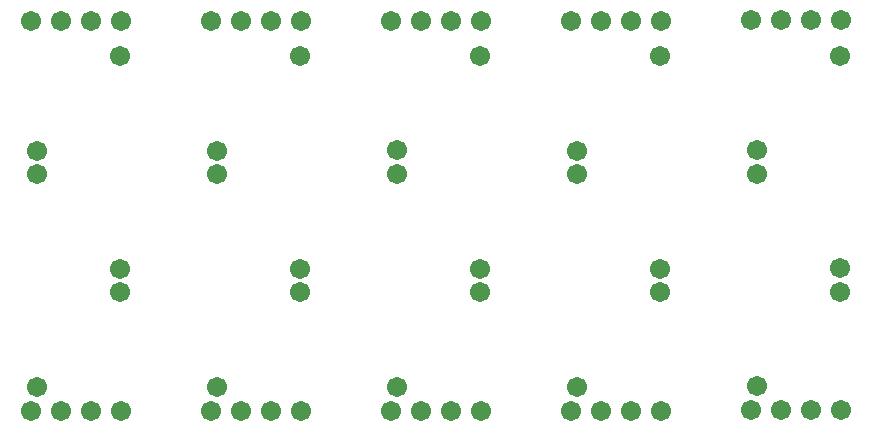
<source format=gbr>
G04 DipTrace 3.3.1.1*
G04 BottomMask.gbr*
%MOIN*%
G04 #@! TF.FileFunction,Soldermask,Bot*
G04 #@! TF.Part,Single*
%ADD24C,0.067087*%
%FSLAX26Y26*%
G04*
G70*
G90*
G75*
G01*
G04 BotMask*
%LPD*%
D24*
X3013459Y1416808D3*
X3289050Y1731769D3*
X3013459Y1338068D3*
X3289050Y1023108D3*
Y944367D3*
X3013459Y629407D3*
X2413081Y1415394D3*
X2688672Y1730354D3*
X2413081Y1336654D3*
X2688672Y1021693D3*
Y942953D3*
X2413081Y627992D3*
X1813678Y1415930D3*
X2089269Y1730891D3*
X1813678Y1337190D3*
X2089269Y1022230D3*
Y943490D3*
X1813678Y628529D3*
X1214115Y1415587D3*
X1489706Y1730547D3*
X1214115Y1336846D3*
X1489706Y1021886D3*
Y943146D3*
X1214115Y628185D3*
X613568Y1415602D3*
X889159Y1730563D3*
X613568Y1336862D3*
X889159Y1021902D3*
Y943161D3*
X613568Y628201D3*
X592530Y1848654D3*
X1293077Y1848638D3*
X1393077D3*
X1493077D3*
X1293077Y548638D3*
X1393077D3*
X1493077D3*
X1892640Y1848982D3*
X1992640D3*
X2092640D3*
X1892640Y548982D3*
X1992640D3*
X2092640D3*
X2492043Y1848445D3*
X692530Y1848654D3*
X792530D3*
X892530D3*
X1192530D3*
X2592043Y1848445D3*
X2692043D3*
X2492043Y548445D3*
X1792530Y1848654D3*
X2592043Y548445D3*
X2692043D3*
X2392530Y1848654D3*
X592530Y548654D3*
X2992421Y1849860D3*
X3092421D3*
X692530Y548654D3*
X792530D3*
X892530D3*
X1192530D3*
X3192421Y1849860D3*
X3292421D3*
X2992421Y549860D3*
X1792530Y548654D3*
X3092421Y549860D3*
X3192421D3*
X3292421D3*
X2392530Y548654D3*
M02*

</source>
